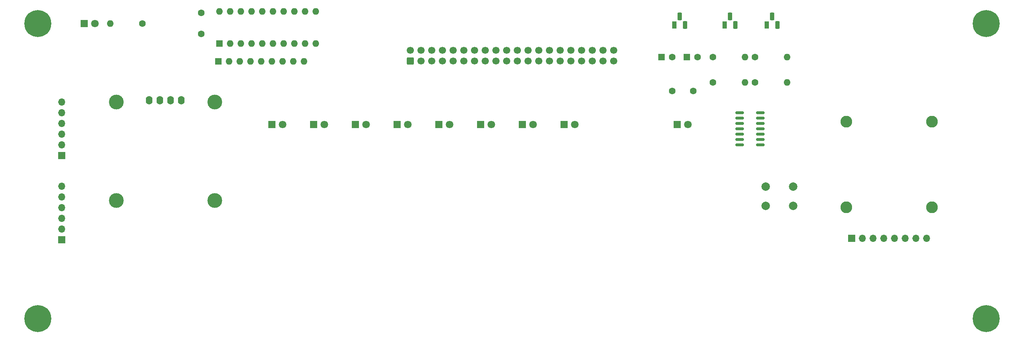
<source format=gbr>
%TF.GenerationSoftware,KiCad,Pcbnew,(6.0.11)*%
%TF.CreationDate,2023-12-23T16:41:24-05:00*%
%TF.ProjectId,front-panel.processor,66726f6e-742d-4706-916e-656c2e70726f,rev?*%
%TF.SameCoordinates,Original*%
%TF.FileFunction,Soldermask,Top*%
%TF.FilePolarity,Negative*%
%FSLAX46Y46*%
G04 Gerber Fmt 4.6, Leading zero omitted, Abs format (unit mm)*
G04 Created by KiCad (PCBNEW (6.0.11)) date 2023-12-23 16:41:24*
%MOMM*%
%LPD*%
G01*
G04 APERTURE LIST*
G04 Aperture macros list*
%AMRoundRect*
0 Rectangle with rounded corners*
0 $1 Rounding radius*
0 $2 $3 $4 $5 $6 $7 $8 $9 X,Y pos of 4 corners*
0 Add a 4 corners polygon primitive as box body*
4,1,4,$2,$3,$4,$5,$6,$7,$8,$9,$2,$3,0*
0 Add four circle primitives for the rounded corners*
1,1,$1+$1,$2,$3*
1,1,$1+$1,$4,$5*
1,1,$1+$1,$6,$7*
1,1,$1+$1,$8,$9*
0 Add four rect primitives between the rounded corners*
20,1,$1+$1,$2,$3,$4,$5,0*
20,1,$1+$1,$4,$5,$6,$7,0*
20,1,$1+$1,$6,$7,$8,$9,0*
20,1,$1+$1,$8,$9,$2,$3,0*%
G04 Aperture macros list end*
%ADD10RoundRect,0.250000X0.600000X-0.600000X0.600000X0.600000X-0.600000X0.600000X-0.600000X-0.600000X0*%
%ADD11C,1.700000*%
%ADD12R,1.700000X1.700000*%
%ADD13O,1.700000X1.700000*%
%ADD14C,6.400000*%
%ADD15R,1.800000X1.800000*%
%ADD16C,1.800000*%
%ADD17C,1.600000*%
%ADD18O,1.600000X1.600000*%
%ADD19C,2.000000*%
%ADD20R,1.600000X1.600000*%
%ADD21R,1.100000X1.800000*%
%ADD22RoundRect,0.275000X-0.275000X-0.625000X0.275000X-0.625000X0.275000X0.625000X-0.275000X0.625000X0*%
%ADD23C,2.794000*%
%ADD24O,1.600000X2.000000*%
%ADD25C,3.500000*%
%ADD26RoundRect,0.150000X-0.825000X-0.150000X0.825000X-0.150000X0.825000X0.150000X-0.825000X0.150000X0*%
G04 APERTURE END LIST*
D10*
%TO.C,J1*%
X128370000Y-163947500D03*
D11*
X128370000Y-161407500D03*
X130910000Y-163947500D03*
X130910000Y-161407500D03*
X133450000Y-163947500D03*
X133450000Y-161407500D03*
X135990000Y-163947500D03*
X135990000Y-161407500D03*
X138530000Y-163947500D03*
X138530000Y-161407500D03*
X141070000Y-163947500D03*
X141070000Y-161407500D03*
X143610000Y-163947500D03*
X143610000Y-161407500D03*
X146150000Y-163947500D03*
X146150000Y-161407500D03*
X148690000Y-163947500D03*
X148690000Y-161407500D03*
X151230000Y-163947500D03*
X151230000Y-161407500D03*
X153770000Y-163947500D03*
X153770000Y-161407500D03*
X156310000Y-163947500D03*
X156310000Y-161407500D03*
X158850000Y-163947500D03*
X158850000Y-161407500D03*
X161390000Y-163947500D03*
X161390000Y-161407500D03*
X163930000Y-163947500D03*
X163930000Y-161407500D03*
X166470000Y-163947500D03*
X166470000Y-161407500D03*
X169010000Y-163947500D03*
X169010000Y-161407500D03*
X171550000Y-163947500D03*
X171550000Y-161407500D03*
X174090000Y-163947500D03*
X174090000Y-161407500D03*
X176630000Y-163947500D03*
X176630000Y-161407500D03*
%TD*%
D12*
%TO.C,J2*%
X45625000Y-186350000D03*
D13*
X45625000Y-183810000D03*
X45625000Y-181270000D03*
X45625000Y-178730000D03*
X45625000Y-176190000D03*
X45625000Y-173650000D03*
%TD*%
D14*
%TO.C,H1*%
X40000000Y-155000000D03*
%TD*%
%TO.C,H2*%
X265000000Y-155000000D03*
%TD*%
%TO.C,H3*%
X265000000Y-225000000D03*
%TD*%
%TO.C,H4*%
X40000000Y-225000000D03*
%TD*%
D15*
%TO.C,D5*%
X51000000Y-155000000D03*
D16*
X53540000Y-155000000D03*
%TD*%
D17*
%TO.C,R6*%
X64810000Y-155000000D03*
D18*
X57190000Y-155000000D03*
%TD*%
D17*
%TO.C,R3*%
X200190000Y-169000000D03*
D18*
X207810000Y-169000000D03*
%TD*%
D15*
%TO.C,D4*%
X135171000Y-179000000D03*
D16*
X137711000Y-179000000D03*
%TD*%
D19*
%TO.C,SW9*%
X212750000Y-193750000D03*
X219250000Y-193750000D03*
X212750000Y-198250000D03*
X219250000Y-198250000D03*
%TD*%
D17*
%TO.C,R4*%
X210190000Y-169000000D03*
D18*
X217810000Y-169000000D03*
%TD*%
D15*
%TO.C,D6*%
X125265100Y-179000000D03*
D16*
X127805100Y-179000000D03*
%TD*%
D15*
%TO.C,D3*%
X145076900Y-179002300D03*
D16*
X147616900Y-179002300D03*
%TD*%
D20*
%TO.C,U1*%
X83075000Y-159800000D03*
D18*
X85615000Y-159800000D03*
X88155000Y-159800000D03*
X90695000Y-159800000D03*
X93235000Y-159800000D03*
X95775000Y-159800000D03*
X98315000Y-159800000D03*
X100855000Y-159800000D03*
X103395000Y-159800000D03*
X105935000Y-159800000D03*
X105935000Y-152180000D03*
X103395000Y-152180000D03*
X100855000Y-152180000D03*
X98315000Y-152180000D03*
X95775000Y-152180000D03*
X93235000Y-152180000D03*
X90695000Y-152180000D03*
X88155000Y-152180000D03*
X85615000Y-152180000D03*
X83075000Y-152180000D03*
%TD*%
D21*
%TO.C,Q2*%
X213000000Y-155400000D03*
D22*
X214270000Y-153330000D03*
X215540000Y-155400000D03*
%TD*%
D17*
%TO.C,C1*%
X78750000Y-157500000D03*
X78750000Y-152500000D03*
%TD*%
D21*
%TO.C,Q1*%
X203000000Y-155400000D03*
D22*
X204270000Y-153330000D03*
X205540000Y-155400000D03*
%TD*%
D12*
%TO.C,J3*%
X233125000Y-206000000D03*
D13*
X235665000Y-206000000D03*
X238205000Y-206000000D03*
X240745000Y-206000000D03*
X243285000Y-206000000D03*
X245825000Y-206000000D03*
X248365000Y-206000000D03*
X250905000Y-206000000D03*
D23*
X231855000Y-178314000D03*
X252175000Y-178314000D03*
X252175000Y-198634000D03*
X231855000Y-198634000D03*
%TD*%
D15*
%TO.C,D2*%
X154982800Y-179001800D03*
D16*
X157522800Y-179001800D03*
%TD*%
D17*
%TO.C,C5*%
X190500000Y-171000000D03*
X195500000Y-171000000D03*
%TD*%
D20*
%TO.C,C3*%
X194000000Y-163000000D03*
D17*
X196500000Y-163000000D03*
%TD*%
D20*
%TO.C,C4*%
X188000000Y-163000000D03*
D17*
X190500000Y-163000000D03*
%TD*%
D15*
%TO.C,D7*%
X115359300Y-179001800D03*
D16*
X117899300Y-179001800D03*
%TD*%
D12*
%TO.C,J4*%
X45625000Y-206350000D03*
D13*
X45625000Y-203810000D03*
X45625000Y-201270000D03*
X45625000Y-198730000D03*
X45625000Y-196190000D03*
X45625000Y-193650000D03*
%TD*%
D17*
%TO.C,R1*%
X210190000Y-163000000D03*
D18*
X217810000Y-163000000D03*
%TD*%
D20*
%TO.C,RN1*%
X82825000Y-164000000D03*
D18*
X85365000Y-164000000D03*
X87905000Y-164000000D03*
X90445000Y-164000000D03*
X92985000Y-164000000D03*
X95525000Y-164000000D03*
X98065000Y-164000000D03*
X100605000Y-164000000D03*
X103145000Y-164000000D03*
%TD*%
D15*
%TO.C,D8*%
X105453400Y-179000000D03*
D16*
X107993400Y-179000000D03*
%TD*%
D15*
%TO.C,D1*%
X164888600Y-179000000D03*
D16*
X167428600Y-179000000D03*
%TD*%
D15*
%TO.C,D10*%
X191725000Y-179000000D03*
D16*
X194265000Y-179000000D03*
%TD*%
D15*
%TO.C,D9*%
X95547500Y-179000000D03*
D16*
X98087500Y-179000000D03*
%TD*%
D24*
%TO.C,Brd1*%
X66380000Y-173198000D03*
X68920000Y-173198000D03*
X71460000Y-173198000D03*
X74000000Y-173198000D03*
D25*
X58600000Y-173650000D03*
X82000000Y-173650000D03*
X58600000Y-197000000D03*
X82000000Y-197000000D03*
%TD*%
D26*
%TO.C,U4*%
X206525000Y-176190000D03*
X206525000Y-177460000D03*
X206525000Y-178730000D03*
X206525000Y-180000000D03*
X206525000Y-181270000D03*
X206525000Y-182540000D03*
X206525000Y-183810000D03*
X211475000Y-183810000D03*
X211475000Y-182540000D03*
X211475000Y-181270000D03*
X211475000Y-180000000D03*
X211475000Y-178730000D03*
X211475000Y-177460000D03*
X211475000Y-176190000D03*
%TD*%
D17*
%TO.C,R2*%
X200190000Y-163000000D03*
D18*
X207810000Y-163000000D03*
%TD*%
D21*
%TO.C,U3*%
X191000000Y-155400000D03*
D22*
X192270000Y-153330000D03*
X193540000Y-155400000D03*
%TD*%
M02*

</source>
